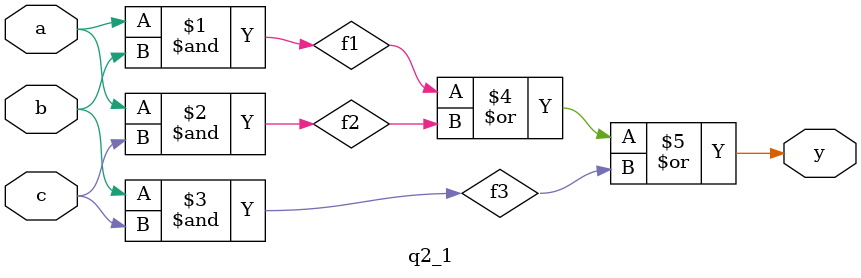
<source format=v>
module q2_1(a,b,c,y);
input a,b,c;
output y;
and(f1,a,b);
and(f2,a,c);
and(f3,b,c);
or(y,f1,f2,f3);
endmodule

</source>
